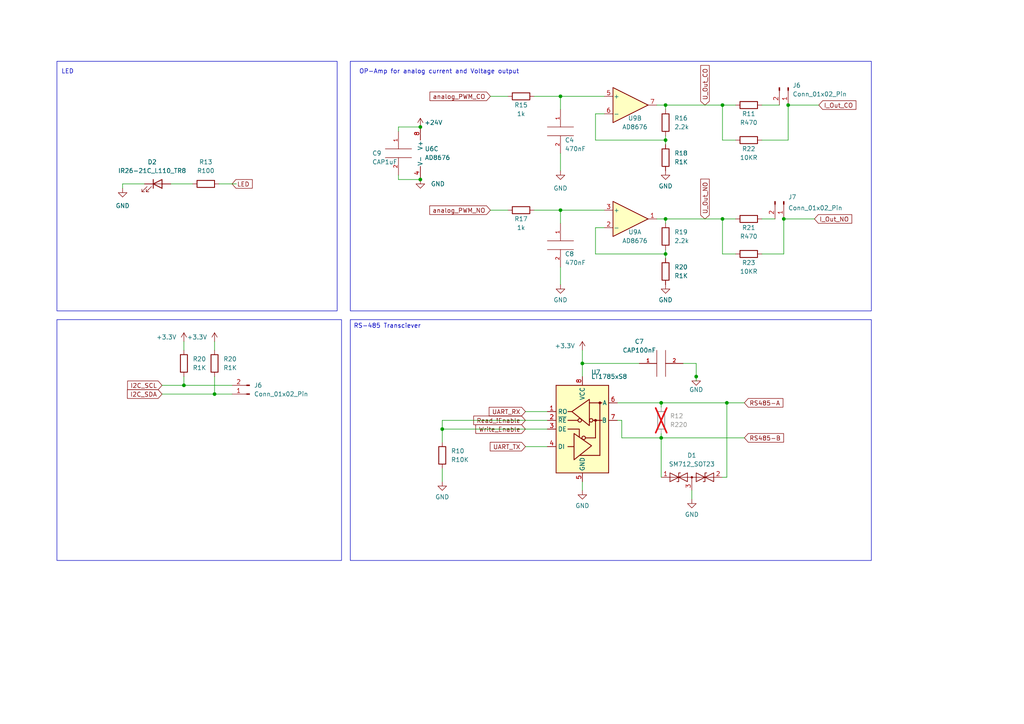
<source format=kicad_sch>
(kicad_sch (version 20230121) (generator eeschema)
  (paper "A4")
  (title_block (title "NO-CO Gas sensor") (date "2023-09-27") (comment 1 "Author: Felix Sarbach"))
  (lib_symbols
    (symbol "Amplifier_Operational:AD8676xR" (pin_names (offset 0.127))
      (property "Reference" "U" (at 2.54 6.35 0))
      (property "Value" "AD8676xR" (at 2.54 3.81 0))
      (symbol "AD8676xR_1_1"
        (polyline (pts (xy 5.08 0) (xy -5.08 5.08) (xy -5.08 -5.08) (xy 5.08 0)) (stroke (width 0.254)) (fill (type background)))
        (pin output line (at 7.62 0 180) (length 2.54) (name "~") (number "1"))
        (pin input line (at -7.62 -2.54 0) (length 2.54) (name "-") (number "2"))
        (pin input line (at -7.62 2.54 0) (length 2.54) (name "+") (number "3"))
      )
      (symbol "AD8676xR_2_1"
        (polyline (pts (xy 5.08 0) (xy -5.08 5.08) (xy -5.08 -5.08) (xy 5.08 0)) (stroke (width 0.254)) (fill (type background)))
        (pin input line (at -7.62 2.54 0) (length 2.54) (name "+") (number "5"))
        (pin input line (at -7.62 -2.54 0) (length 2.54) (name "-") (number "6"))
        (pin output line (at 7.62 0 180) (length 2.54) (name "~") (number "7"))
      )
      (symbol "AD8676xR_3_1"
        (pin power_in line (at 0 -7.62 90) (length 3.81) (name "V-") (number "4"))
        (pin power_in line (at 0 7.62 270) (length 3.81) (name "V+") (number "8"))
      )
    )
    (symbol "Connector:Conn_01x02_Pin" (pin_names (offset 1.016) hide)
      (property "Reference" "J" (at 0 2.54 0))
      (property "Value" "Conn_01x02_Pin" (at 0 -5.08 0))
      (symbol "Conn_01x02_Pin_1_1"
        (polyline (pts (xy 1.27 -2.54) (xy 0.8636 -2.54)) (stroke (width 0.1524)))
        (polyline (pts (xy 1.27 0) (xy 0.8636 0)) (stroke (width 0.1524)))
        (rectangle (start 0.8636 -2.413) (end 0 -2.667) (stroke (width 0.1524)) (fill (type outline)))
        (rectangle (start 0.8636 0.127) (end 0 -0.127) (stroke (width 0.1524)) (fill (type outline)))
        (pin passive line (at 5.08 0 180) (length 3.81) (name "Pin_1") (number "1"))
        (pin passive line (at 5.08 -2.54 180) (length 3.81) (name "Pin_2") (number "2"))
      )
    )
    (symbol "Device:R" (pin_numbers hide) (pin_names (offset 0))
      (property "Reference" "R" (at 2.032 0 90))
      (property "Value" "R" (at 0 0 90))
      (symbol "R_0_1"
        (rectangle (start -1.016 -2.54) (end 1.016 2.54) (stroke (width 0.254)))
      )
      (symbol "R_1_1"
        (pin passive line (at 0 3.81 270) (length 1.27) (name "~") (number "1"))
        (pin passive line (at 0 -3.81 90) (length 1.27) (name "~") (number "2"))
      )
    )
    (symbol "Diode:SM712_SOT23" (pin_names (offset 1.016) hide)
      (property "Reference" "D" (at 0 4.445 0))
      (property "Value" "SM712_SOT23" (at 0 2.54 0))
      (symbol "SM712_SOT23_0_0"
        (polyline (pts (xy 0 -1.27) (xy 0 0)))
      )
      (symbol "SM712_SOT23_0_1"
        (polyline (pts (xy -6.35 0) (xy 6.35 0)))
        (polyline (pts (xy -3.302 1.27) (xy -3.81 1.27) (xy -3.81 -1.27) (xy -4.318 -1.27)) (stroke (width 0.2032)))
        (polyline (pts (xy 4.318 1.27) (xy 3.81 1.27) (xy 3.81 -1.27) (xy 3.302 -1.27)) (stroke (width 0.2032)))
        (polyline (pts (xy -6.35 -1.27) (xy -1.27 1.27) (xy -1.27 -1.27) (xy -6.35 1.27) (xy -6.35 -1.27)) (stroke (width 0.2032)))
        (polyline (pts (xy 1.27 -1.27) (xy 1.27 1.27) (xy 6.35 -1.27) (xy 6.35 1.27) (xy 1.27 -1.27)) (stroke (width 0.2032)))
        (circle (center 0 0) (radius 0.254) (fill (type outline)))
      )
      (symbol "SM712_SOT23_1_1"
        (pin passive line (at -8.89 0 0) (length 2.54) (name "A1") (number "1"))
        (pin passive line (at 8.89 0 180) (length 2.54) (name "A2") (number "2"))
        (pin input line (at 0 -3.81 90) (length 2.54) (name "common") (number "3"))
      )
    )
    (symbol "Interface_UART:LT1785xS8"
      (property "Reference" "U" (at -6.985 13.97 0))
      (property "Value" "LT1785xS8" (at 7.62 13.97 0))
      (symbol "LT1785xS8_0_1"
        (rectangle (start -7.62 12.7) (end 7.62 -12.7) (stroke (width 0.254)) (fill (type background)))
        (polyline (pts (xy -4.191 2.54) (xy -1.27 2.54)) (stroke (width 0.254)))
        (polyline (pts (xy -2.54 -5.08) (xy -4.191 -5.08)) (stroke (width 0.254)))
        (polyline (pts (xy -0.635 -7.62) (xy 5.08 -7.62)) (stroke (width 0.254)))
        (polyline (pts (xy 0.889 -2.54) (xy 3.81 -2.54)) (stroke (width 0.254)))
        (polyline (pts (xy 2.032 7.62) (xy 5.715 7.62)) (stroke (width 0.254)))
        (polyline (pts (xy 3.048 2.54) (xy 5.715 2.54)) (stroke (width 0.254)))
        (polyline (pts (xy 3.81 -2.54) (xy 3.81 2.54)) (stroke (width 0.254)))
        (polyline (pts (xy 5.08 -7.62) (xy 5.08 7.62)) (stroke (width 0.254)))
        (polyline (pts (xy -4.191 0) (xy -0.889 0) (xy -0.889 -2.286)) (stroke (width 0.254)))
        (polyline (pts (xy -3.175 5.08) (xy -4.191 5.08) (xy -4.064 5.08)) (stroke (width 0.254)))
        (polyline (pts (xy -2.413 -5.08) (xy -2.413 -1.27) (xy 2.667 -4.826) (xy -2.413 -8.89) (xy -2.413 -5.08)) (stroke (width 0.254)))
        (circle (center 0.381 -2.54) (radius 0.508) (stroke (width 0.254)))
        (circle (center 3.81 2.54) (radius 0.2794) (stroke (width 0.254)) (fill (type outline)))
      )
      (symbol "LT1785xS8_1_1"
        (circle (center -0.762 2.54) (radius 0.508) (stroke (width 0.254)))
        (polyline (pts (xy 2.032 4.826) (xy 2.032 8.636) (xy -3.048 5.08) (xy 2.032 1.016) (xy 2.032 4.826)) (stroke (width 0.254)))
        (circle (center 2.54 2.54) (radius 0.508) (stroke (width 0.254)))
        (circle (center 5.08 7.62) (radius 0.2794) (stroke (width 0.254)) (fill (type outline)))
        (pin output line (at -10.16 5.08 0) (length 2.54) (name "RO") (number "1"))
        (pin input line (at -10.16 2.54 0) (length 2.54) (name "~{RE}") (number "2"))
        (pin input line (at -10.16 0 0) (length 2.54) (name "DE") (number "3"))
        (pin input line (at -10.16 -5.08 0) (length 2.54) (name "DI") (number "4"))
        (pin power_in line (at 0 -15.24 90) (length 2.54) (name "GND") (number "5"))
        (pin bidirectional line (at 10.16 7.62 180) (length 2.54) (name "A") (number "6"))
        (pin bidirectional line (at 10.16 2.54 180) (length 2.54) (name "B") (number "7"))
        (pin power_in line (at 0 15.24 270) (length 2.54) (name "VCC") (number "8"))
      )
    )
    (symbol "LED:IR26-21C_L110_TR8" (pin_numbers hide) (pin_names (offset 1.016) hide)
      (property "Reference" "D" (at 0 2.54 0))
      (property "Value" "IR26-21C_L110_TR8" (at 0 -3.81 0))
      (symbol "IR26-21C_L110_TR8_0_1"
        (polyline (pts (xy -1.27 -1.27) (xy -1.27 1.27)) (stroke (width 0.254)))
        (polyline (pts (xy -1.27 0) (xy 1.27 0)))
        (polyline (pts (xy 1.27 -1.27) (xy 1.27 1.27) (xy -1.27 0) (xy 1.27 -1.27)) (stroke (width 0.254)))
        (polyline (pts (xy -3.048 -0.762) (xy -4.572 -2.286) (xy -3.81 -2.286) (xy -4.572 -2.286) (xy -4.572 -1.524)))
        (polyline (pts (xy -1.778 -0.762) (xy -3.302 -2.286) (xy -2.54 -2.286) (xy -3.302 -2.286) (xy -3.302 -1.524)))
      )
      (symbol "IR26-21C_L110_TR8_1_1"
        (pin passive line (at -3.81 0 0) (length 2.54) (name "K") (number "1"))
        (pin passive line (at 3.81 0 180) (length 2.54) (name "A") (number "2"))
      )
    )
    (symbol "power:+24V" (power) (pin_names (offset 0))
      (property "Value" "+24V" (at 0 3.556 0))
      (symbol "+24V_0_1"
        (polyline (pts (xy -0.762 1.27) (xy 0 2.54)))
        (polyline (pts (xy 0 0) (xy 0 2.54)))
        (polyline (pts (xy 0 2.54) (xy 0.762 1.27)))
      )
      (symbol "+24V_1_1"
        (pin power_in line (at 0 0 90) (length 0) hide (name "+24V") (number "1"))
      )
    )
    (symbol "power:+3.3V" (power) (pin_names (offset 0))
      (property "Value" "+3.3V" (at 0 3.556 0))
      (symbol "+3.3V_0_1"
        (polyline (pts (xy -0.762 1.27) (xy 0 2.54)))
        (polyline (pts (xy 0 0) (xy 0 2.54)))
        (polyline (pts (xy 0 2.54) (xy 0.762 1.27)))
      )
      (symbol "+3.3V_1_1"
        (pin power_in line (at 0 0 90) (length 0) hide (name "+3.3V") (number "1"))
      )
    )
    (symbol "power:GND" (power) (pin_names (offset 0))
      (property "Value" "GND" (at 0 -3.81 0))
      (symbol "GND_0_1"
        (polyline (pts (xy 0 0) (xy 0 -1.27) (xy 1.27 -1.27) (xy 0 -2.54) (xy -1.27 -1.27) (xy 0 -1.27)))
      )
      (symbol "GND_1_1"
        (pin power_in line (at 0 0 270) (length 0) hide (name "GND") (number "1"))
      )
    )
    (symbol "pspice:CAP" (pin_names (offset 0.254))
      (property "Reference" "C" (at 2.54 3.81 90))
      (property "Value" "CAP" (at 2.54 -3.81 90))
      (symbol "CAP_0_1"
        (polyline (pts (xy -3.81 -1.27) (xy 3.81 -1.27)))
        (polyline (pts (xy -3.81 1.27) (xy 3.81 1.27)))
      )
      (symbol "CAP_1_1"
        (pin passive line (at 0 6.35 270) (length 5.08) (name "~") (number "1"))
        (pin passive line (at 0 -6.35 90) (length 5.08) (name "~") (number "2"))
      )
    )
  )
  (junction (at 210.82 116.84))
  (junction (at 191.77 127))
  (junction (at 128.27 124.46))
  (junction (at 227.33 63.5))
  (junction (at 162.56 27.94))
  (junction (at 209.55 30.48))
  (junction (at 191.77 116.84))
  (junction (at 228.6 30.48))
  (junction (at 62.23 114.3))
  (junction (at 193.04 73.66))
  (junction (at 53.34 111.76))
  (junction (at 209.55 63.5))
  (junction (at 201.93 109.22))
  (junction (at 162.56 60.96))
  (junction (at 121.92 36.83))
  (junction (at 193.04 40.64))
  (junction (at 121.92 52.07))
  (junction (at 168.91 105.41))
  (junction (at 193.04 63.5))
  (junction (at 193.04 30.48))
  (wire (pts (xy 162.56 27.94) (xy 175.26 27.94)))
  (wire (pts (xy 191.77 127) (xy 191.77 138.43)))
  (wire (pts (xy 172.72 73.66) (xy 193.04 73.66)))
  (wire (pts (xy 213.36 73.66) (xy 209.55 73.66)))
  (wire (pts (xy 191.77 127) (xy 215.9 127)))
  (wire (pts (xy 209.55 73.66) (xy 209.55 63.5)))
  (wire (pts (xy 168.91 101.6) (xy 168.91 105.41)))
  (wire (pts (xy 180.34 121.92) (xy 179.07 121.92)))
  (wire (pts (xy 193.04 63.5) (xy 209.55 63.5)))
  (wire (pts (xy 209.55 63.5) (xy 213.36 63.5)))
  (wire (pts (xy 201.93 110.49) (xy 201.93 109.22)))
  (wire (pts (xy 193.04 30.48) (xy 209.55 30.48)))
  (wire (pts (xy 115.57 36.83) (xy 115.57 38.1)))
  (wire (pts (xy 172.72 66.04) (xy 175.26 66.04)))
  (wire (pts (xy 152.4 119.38) (xy 158.75 119.38)))
  (wire (pts (xy 142.24 27.94) (xy 147.32 27.94)))
  (wire (pts (xy 193.04 63.5) (xy 190.5 63.5)))
  (wire (pts (xy 142.24 60.96) (xy 147.32 60.96)))
  (wire (pts (xy 168.91 139.7) (xy 168.91 142.24)))
  (wire (pts (xy 172.72 33.02) (xy 175.26 33.02)))
  (wire (pts (xy 210.82 138.43) (xy 210.82 116.84)))
  (wire (pts (xy 53.34 99.06) (xy 53.34 101.6)))
  (wire (pts (xy 152.4 129.54) (xy 158.75 129.54)))
  (wire (pts (xy 115.57 52.07) (xy 121.92 52.07)))
  (wire (pts (xy 128.27 121.92) (xy 158.75 121.92)))
  (wire (pts (xy 193.04 63.5) (xy 193.04 64.77)))
  (wire (pts (xy 49.53 53.34) (xy 55.88 53.34)))
  (wire (pts (xy 172.72 40.64) (xy 193.04 40.64)))
  (wire (pts (xy 213.36 40.64) (xy 209.55 40.64)))
  (wire (pts (xy 193.04 40.64) (xy 193.04 41.91)))
  (wire (pts (xy 209.55 30.48) (xy 209.55 40.64)))
  (wire (pts (xy 220.98 63.5) (xy 224.79 63.5)))
  (wire (pts (xy 191.77 116.84) (xy 191.77 118.11)))
  (wire (pts (xy 162.56 60.96) (xy 175.26 60.96)))
  (wire (pts (xy 172.72 40.64) (xy 172.72 33.02)))
  (wire (pts (xy 162.56 64.77) (xy 162.56 60.96)))
  (wire (pts (xy 41.91 53.34) (xy 35.56 53.34)))
  (wire (pts (xy 162.56 77.47) (xy 162.56 82.55)))
  (wire (pts (xy 220.98 30.48) (xy 226.06 30.48)))
  (wire (pts (xy 53.34 111.76) (xy 67.31 111.76)))
  (wire (pts (xy 228.6 30.48) (xy 237.49 30.48)))
  (wire (pts (xy 198.12 105.41) (xy 201.93 105.41)))
  (wire (pts (xy 62.23 114.3) (xy 46.99 114.3)))
  (wire (pts (xy 128.27 128.27) (xy 128.27 124.46)))
  (wire (pts (xy 162.56 31.75) (xy 162.56 27.94)))
  (wire (pts (xy 191.77 116.84) (xy 210.82 116.84)))
  (wire (pts (xy 62.23 109.22) (xy 62.23 114.3)))
  (wire (pts (xy 201.93 105.41) (xy 201.93 109.22)))
  (wire (pts (xy 191.77 125.73) (xy 191.77 127)))
  (wire (pts (xy 35.56 53.34) (xy 35.56 54.61)))
  (wire (pts (xy 53.34 111.76) (xy 53.34 109.22)))
  (wire (pts (xy 190.5 30.48) (xy 193.04 30.48)))
  (wire (pts (xy 63.5 53.34) (xy 68.58 53.34)))
  (wire (pts (xy 128.27 124.46) (xy 158.75 124.46)))
  (wire (pts (xy 62.23 99.06) (xy 62.23 101.6)))
  (wire (pts (xy 115.57 50.8) (xy 115.57 52.07)))
  (wire (pts (xy 180.34 127) (xy 191.77 127)))
  (wire (pts (xy 200.66 142.24) (xy 200.66 144.78)))
  (wire (pts (xy 210.82 116.84) (xy 215.9 116.84)))
  (wire (pts (xy 180.34 127) (xy 180.34 121.92)))
  (wire (pts (xy 220.98 73.66) (xy 227.33 73.66)))
  (wire (pts (xy 193.04 73.66) (xy 193.04 74.93)))
  (wire (pts (xy 172.72 73.66) (xy 172.72 66.04)))
  (wire (pts (xy 128.27 135.89) (xy 128.27 139.7)))
  (wire (pts (xy 46.99 111.76) (xy 53.34 111.76)))
  (wire (pts (xy 236.22 63.5) (xy 227.33 63.5)))
  (wire (pts (xy 67.31 114.3) (xy 62.23 114.3)))
  (wire (pts (xy 168.91 105.41) (xy 185.42 105.41)))
  (wire (pts (xy 193.04 72.39) (xy 193.04 73.66)))
  (wire (pts (xy 154.94 60.96) (xy 162.56 60.96)))
  (wire (pts (xy 193.04 39.37) (xy 193.04 40.64)))
  (wire (pts (xy 115.57 36.83) (xy 121.92 36.83)))
  (wire (pts (xy 209.55 138.43) (xy 210.82 138.43)))
  (wire (pts (xy 154.94 27.94) (xy 162.56 27.94)))
  (wire (pts (xy 228.6 30.48) (xy 228.6 40.64)))
  (wire (pts (xy 227.33 63.5) (xy 227.33 73.66)))
  (wire (pts (xy 162.56 49.53) (xy 162.56 44.45)))
  (wire (pts (xy 220.98 40.64) (xy 228.6 40.64)))
  (wire (pts (xy 209.55 30.48) (xy 213.36 30.48)))
  (wire (pts (xy 168.91 105.41) (xy 168.91 109.22)))
  (wire (pts (xy 128.27 121.92) (xy 128.27 124.46)))
  (wire (pts (xy 179.07 116.84) (xy 191.77 116.84)))
  (wire (pts (xy 193.04 30.48) (xy 193.04 31.75)))
  (rectangle (start 16.51 92.71) (end 99.06 162.56))
  (rectangle (start 16.51 17.78) (end 97.79 90.17))
  (rectangle (start 101.6 17.78) (end 252.73 90.17))
  (text_box "RS-485 Transciever" (at 101.6 92.71 0) (size 151.13 69.85) (effects (font (size 1.27 1.27)) (justify left top)))
  (text "LED\n" (at 17.78 21.59 0) (effects (font (size 1.27 1.27)) (justify left bottom)))
  (text "OP-Amp for analog current and Voltage output\n" (at 104.14 21.59 0) (effects (font (size 1.27 1.27)) (justify left bottom)))
  (global_label "Write_Enable" (shape input) (at 152.4 124.46 180) (property "Intersheetrefs" "${INTERSHEET_REFS}" (effects hide)))
  (global_label "UART_TX" (shape input) (at 152.4 129.54 180) (property "Intersheetrefs" "${INTERSHEET_REFS}" (effects hide)))
  (global_label "RS485-A" (shape input) (at 215.9 116.84 0) (property "Intersheetrefs" "${INTERSHEET_REFS}" (effects hide)))
  (global_label "I_Out_CO" (shape input) (at 237.49 30.48 0) (property "Intersheetrefs" "${INTERSHEET_REFS}" (effects hide)))
  (global_label "I_Out_NO" (shape input) (at 236.22 63.5 0) (property "Intersheetrefs" "${INTERSHEET_REFS}" (effects hide)))
  (global_label "U_Out_NO" (shape input) (at 204.47 63.5 90) (property "Intersheetrefs" "${INTERSHEET_REFS}" (effects hide)))
  (global_label "Read_!Enable" (shape input) (at 152.4 121.92 180) (property "Intersheetrefs" "${INTERSHEET_REFS}" (effects hide)))
  (global_label "UART_RX" (shape input) (at 152.4 119.38 180) (property "Intersheetrefs" "${INTERSHEET_REFS}" (effects hide)))
  (global_label "U_Out_CO" (shape input) (at 204.47 30.48 90) (property "Intersheetrefs" "${INTERSHEET_REFS}" (effects hide)))
  (global_label "I2C_SDA" (shape input) (at 46.99 114.3 180) (property "Intersheetrefs" "${INTERSHEET_REFS}" (effects hide)))
  (global_label "analog_PWM_CO" (shape input) (at 142.24 27.94 180) (property "Intersheetrefs" "${INTERSHEET_REFS}" (effects hide)))
  (global_label "I2C_SCL" (shape input) (at 46.99 111.76 180) (property "Intersheetrefs" "${INTERSHEET_REFS}" (effects hide)))
  (global_label "analog_PWM_NO" (shape input) (at 142.24 60.96 180) (property "Intersheetrefs" "${INTERSHEET_REFS}" (effects hide)))
  (global_label "RS485-B" (shape input) (at 215.9 127 0) (property "Intersheetrefs" "${INTERSHEET_REFS}" (effects hide)))
  (global_label "LED" (shape input) (at 67.31 53.34 0) (property "Intersheetrefs" "${INTERSHEET_REFS}" (effects hide)))
  (symbol (lib_id "power:GND") (at 162.56 49.53 0) (unit 1)
    (property "Reference" "#PWR047" (effects hide))
    (property "Value" "GND" (at 162.56 54.61 0))
    (instances (project "RS485-Gassensor-Dev" (path "" (reference "#PWR047") (unit 1)) (path "" (reference "#PWR035") (unit 1))))
  )
  (symbol (lib_id "Device:R") (at 217.17 63.5 90) (unit 1)
    (property "Reference" "R21" (at 217.17 66.04 90))
    (property "Value" "R470" (at 217.17 68.58 90))
    (property "Footprint" "Resistor_SMD:R_1206_3216Metric_Pad1.30x1.75mm_HandSolder" (effects hide))
  )
  (symbol (lib_id "power:+3.3V") (at 53.34 99.06 0) (unit 1)
    (property "Reference" "#PWR034" (effects hide))
    (property "Value" "+3.3V" (at 48.26 97.79 0))
    (instances (project "RS485-Gassensor-Dev" (path "" (reference "#PWR034") (unit 1)) (path "" (reference "#PWR056") (unit 1))))
  )
  (symbol (lib_id "Device:R") (at 217.17 30.48 90) (unit 1)
    (property "Reference" "R11" (at 217.17 33.02 90))
    (property "Value" "R470" (at 217.17 35.56 90))
    (property "Footprint" "Resistor_SMD:R_1206_3216Metric_Pad1.30x1.75mm_HandSolder" (effects hide))
  )
  (symbol (lib_id "power:GND") (at 193.04 82.55 0) (unit 1)
    (property "Reference" "#PWR046" (effects hide))
    (property "Value" "GND" (at 193.04 86.995 0))
  )
  (symbol (lib_id "Amplifier_Operational:AD8676xR") (at 182.88 30.48 0) (unit 2)
    (property "Reference" "U9" (at 184.15 34.29 0))
    (property "Value" "AD8676" (at 184.15 36.83 0))
    (property "Footprint" "Package_SO:SOIC-8_3.9x4.9mm_P1.27mm" (effects hide))
    (property "Datasheet" "https://www.analog.com/media/en/technical-documentation/data-sheets/AD8676.pdf" (effects hide))
  )
  (symbol (lib_id "pspice:CAP") (at 115.57 44.45 0) (unit 1)
    (property "Reference" "C9" (at 107.95 44.45 0) (effects (justify left)))
    (property "Value" "CAP1uF" (at 107.95 46.99 0) (effects (justify left)))
    (property "Footprint" "Capacitor_SMD:C_1206_3216Metric" (effects hide))
  )
  (symbol (lib_id "Device:R") (at 53.34 105.41 0) (unit 1)
    (property "Reference" "R20" (at 55.88 104.14 0) (effects (justify left)))
    (property "Value" "R1K" (at 55.88 106.68 0) (effects (justify left)))
    (property "Footprint" "Resistor_SMD:R_0603_1608Metric" (effects hide))
    (instances (project "RS485-Gassensor-Dev" (path "" (reference "R20") (unit 1)) (path "" (reference "R30") (unit 1))))
  )
  (symbol (lib_id "Device:R") (at 193.04 78.74 0) (unit 1)
    (property "Reference" "R20" (at 195.58 77.47 0) (effects (justify left)))
    (property "Value" "R1K" (at 195.58 80.01 0) (effects (justify left)))
    (property "Footprint" "Resistor_SMD:R_0603_1608Metric" (effects hide))
  )
  (symbol (lib_id "Diode:SM712_SOT23") (at 200.66 138.43 0) (unit 1)
    (property "Reference" "D1" (at 200.66 132.08 0))
    (property "Value" "SM712_SOT23" (at 200.66 134.62 0))
    (property "Footprint" "Package_TO_SOT_SMD:SOT-23" (effects hide))
    (property "Datasheet" "https://www.littelfuse.com/~/media/electronics/datasheets/tvs_diode_arrays/littelfuse_tvs_diode_array_sm712_datasheet.pdf.pdf" (effects hide))
    (property "Alternative product" "CDSOT23-SM712 Bourns" (effects hide))
  )
  (symbol (lib_id "power:+3.3V") (at 168.91 101.6 0) (unit 1)
    (property "Reference" "#PWR034" (effects hide))
    (property "Value" "+3.3V" (at 163.83 100.33 0))
    (instances (project "RS485-Gassensor-Dev" (path "" (reference "#PWR034") (unit 1)) (path "" (reference "#PWR037") (unit 1))))
  )
  (symbol (lib_id "pspice:CAP") (at 162.56 38.1 0) (unit 1)
    (property "Reference" "C4" (at 163.83 40.64 0) (effects (justify left)))
    (property "Value" "470nF" (at 163.83 43.18 0) (effects (justify left)))
    (property "Footprint" "Capacitor_SMD:C_0603_1608Metric" (effects hide))
  )
  (symbol (lib_id "Device:R") (at 151.13 60.96 90) (unit 1)
    (property "Reference" "R17" (at 151.13 63.5 90))
    (property "Value" "1k" (at 151.13 66.04 90))
    (property "Footprint" "Resistor_SMD:R_0603_1608Metric" (effects hide))
  )
  (symbol (lib_id "power:GND") (at 193.04 49.53 0) (unit 1)
    (property "Reference" "#PWR049" (effects hide))
    (property "Value" "GND" (at 193.04 53.975 0))
    (instances (project "RS485-Gassensor-Dev" (path "" (reference "#PWR049") (unit 1)) (path "" (reference "#PWR042") (unit 1))))
  )
  (symbol (lib_id "power:+24V") (at 121.92 36.83 0) (unit 1)
    (property "Reference" "#PWR041" (effects hide))
    (property "Value" "+24V" (at 125.73 35.56 0))
    (instances (project "RS485-Gassensor-Dev" (path "" (reference "#PWR041") (unit 1)) (path "" (reference "#PWR041") (unit 1)) (path "" (reference "#PWR024") (unit 1))))
  )
  (symbol (lib_id "Amplifier_Operational:AD8676xR") (at 182.88 63.5 0) (unit 1)
    (property "Reference" "U9" (at 184.15 67.31 0))
    (property "Value" "AD8676" (at 184.15 69.85 0))
    (property "Footprint" "Package_SO:SOIC-8_3.9x4.9mm_P1.27mm" (effects hide))
    (property "Datasheet" "https://www.analog.com/media/en/technical-documentation/data-sheets/AD8676.pdf" (effects hide))
  )
  (symbol (lib_id "power:GND") (at 162.56 82.55 0) (unit 1)
    (property "Reference" "#PWR024" (effects hide))
    (property "Value" "GND" (at 162.56 86.995 0))
    (instances (project "RS485-Gassensor-Dev" (path "" (reference "#PWR024") (unit 1)) (path "" (reference "#PWR036") (unit 1))))
  )
  (symbol (lib_id "power:GND") (at 168.91 142.24 0) (unit 1)
    (property "Reference" "#PWR035" (effects hide))
    (property "Value" "GND" (at 168.91 146.685 0))
    (instances (project "RS485-Gassensor-Dev" (path "" (reference "#PWR035") (unit 1)) (path "" (reference "#PWR041") (unit 1))))
  )
  (symbol (lib_id "pspice:CAP") (at 191.77 105.41 90) (unit 1)
    (property "Reference" "C7" (at 185.42 99.06 90))
    (property "Value" "CAP100nF" (at 185.42 101.6 90))
    (property "Footprint" "Capacitor_SMD:C_0603_1608Metric" (effects hide))
  )
  (symbol (lib_id "Connector:Conn_01x02_Pin") (at 227.33 58.42 270) (unit 1)
    (property "Reference" "J7" (at 228.6 57.15 90) (effects (justify left)))
    (property "Value" "Conn_01x02_Pin" (at 228.6 60.325 90) (effects (justify left)))
    (property "Footprint" "Connector_PinHeader_2.54mm:PinHeader_1x02_P2.54mm_Vertical" (effects hide))
  )
  (symbol (lib_id "Amplifier_Operational:AD8676xR") (at 121.92 44.45 0) (unit 3)
    (property "Reference" "U6" (at 123.19 43.18 0) (effects (justify left)))
    (property "Value" "AD8676" (at 123.19 45.72 0) (effects (justify left)))
    (property "Footprint" "Package_SO:SOIC-8_3.9x4.9mm_P1.27mm" (effects hide))
    (property "Datasheet" "https://www.analog.com/media/en/technical-documentation/data-sheets/AD8676.pdf" (effects hide))
    (instances (project "RS485-Gassensor-Dev" (path "" (reference "U6") (unit 3)) (path "" (reference "U6") (unit 3)) (path "" (reference "U9") (unit 3))))
  )
  (symbol (lib_id "Device:R") (at 128.27 132.08 0) (unit 1)
    (property "Reference" "R10" (at 130.81 130.81 0) (effects (justify left)))
    (property "Value" "R10K" (at 130.81 133.35 0) (effects (justify left)))
    (property "Footprint" "Resistor_SMD:R_0603_1608Metric" (effects hide))
  )
  (symbol (lib_id "power:GND") (at 200.66 144.78 0) (unit 1)
    (property "Reference" "#PWR037" (effects hide))
    (property "Value" "GND" (at 200.66 149.225 0))
    (instances (project "RS485-Gassensor-Dev" (path "" (reference "#PWR037") (unit 1)) (path "" (reference "#PWR047") (unit 1))))
  )
  (symbol (lib_id "Device:R") (at 151.13 27.94 90) (unit 1)
    (property "Reference" "R15" (at 151.13 30.48 90))
    (property "Value" "1k" (at 151.13 33.02 90))
    (property "Footprint" "Resistor_SMD:R_0603_1608Metric" (effects hide))
  )
  (symbol (lib_id "LED:IR26-21C_L110_TR8") (at 45.72 53.34 0) (unit 1)
    (property "Reference" "D2" (at 44.1325 46.99 0))
    (property "Value" "IR26-21C_L110_TR8" (at 44.1325 49.53 0))
    (property "Footprint" "LED_SMD:LED_1206_3216Metric" (effects hide))
    (property "Datasheet" "http://www.everlight.com/file/ProductFile/IR26-21C-L110-TR8.pdf" (effects hide))
  )
  (symbol (lib_id "power:GND") (at 128.27 139.7 0) (unit 1)
    (property "Reference" "#PWR031" (effects hide))
    (property "Value" "GND" (at 128.27 144.145 0))
    (instances (project "RS485-Gassensor-Dev" (path "" (reference "#PWR031") (unit 1)) (path "" (reference "#PWR034") (unit 1))))
  )
  (symbol (lib_id "Device:R") (at 193.04 35.56 0) (unit 1)
    (property "Reference" "R16" (at 195.58 34.29 0) (effects (justify left)))
    (property "Value" "2.2k" (at 195.58 36.83 0) (effects (justify left)))
    (property "Footprint" "Resistor_SMD:R_0603_1608Metric" (effects hide))
  )
  (symbol (lib_id "Device:R") (at 193.04 45.72 0) (unit 1)
    (property "Reference" "R18" (at 195.58 44.45 0) (effects (justify left)))
    (property "Value" "R1K" (at 195.58 46.99 0) (effects (justify left)))
    (property "Footprint" "Resistor_SMD:R_0603_1608Metric" (effects hide))
  )
  (symbol (lib_id "Device:R") (at 191.77 121.92 0) (unit 1) (in_bom no) (dnp yes)
    (property "Reference" "R12" (at 194.31 120.65 0) (effects (justify left)))
    (property "Value" "R220" (at 194.31 123.19 0) (effects (justify left)))
    (property "Footprint" "Resistor_SMD:R_0603_1608Metric" (effects hide))
  )
  (symbol (lib_id "power:GND") (at 121.92 52.07 0) (unit 1)
    (property "Reference" "#PWR042" (effects hide))
    (property "Value" "GND" (at 127 53.34 0))
    (instances (project "RS485-Gassensor-Dev" (path "" (reference "#PWR042") (unit 1)) (path "" (reference "#PWR042") (unit 1)) (path "" (reference "#PWR031") (unit 1))))
  )
  (symbol (lib_id "Device:R") (at 62.23 105.41 0) (unit 1)
    (property "Reference" "R20" (at 64.77 104.14 0) (effects (justify left)))
    (property "Value" "R1K" (at 64.77 106.68 0) (effects (justify left)))
    (property "Footprint" "Resistor_SMD:R_0603_1608Metric" (effects hide))
    (instances (project "RS485-Gassensor-Dev" (path "" (reference "R20") (unit 1)) (path "" (reference "R31") (unit 1))))
  )
  (symbol (lib_id "Device:R") (at 217.17 40.64 90) (unit 1)
    (property "Reference" "R22" (at 217.17 43.18 90))
    (property "Value" "10KR" (at 217.17 45.72 90))
    (property "Footprint" "Resistor_SMD:R_0603_1608Metric" (effects hide))
  )
  (symbol (lib_id "power:+3.3V") (at 62.23 99.06 0) (unit 1)
    (property "Reference" "#PWR034" (effects hide))
    (property "Value" "+3.3V" (at 57.15 97.79 0))
    (instances (project "RS485-Gassensor-Dev" (path "" (reference "#PWR034") (unit 1)) (path "" (reference "#PWR057") (unit 1))))
  )
  (symbol (lib_id "Interface_UART:LT1785xS8") (at 168.91 124.46 0) (unit 1)
    (property "Reference" "U7" (at 171.45 107.95 0) (effects (justify left)))
    (property "Value" "LT1785xS8" (at 171.45 109.22 0) (effects (justify left)))
    (property "Footprint" "PCM_Package_SO_AKL:SOIC-8_3.9x4.9mm_P1.27mm" (effects hide))
    (property "Datasheet" "https://www.analog.com/media/en/technical-documentation/data-sheets/LT1785-1785A-1791-1791A.pdf" (effects hide))
  )
  (symbol (lib_id "Device:R") (at 59.69 53.34 90) (unit 1)
    (property "Reference" "R13" (at 59.69 46.99 90))
    (property "Value" "R100" (at 59.69 49.53 90))
    (property "Footprint" "Resistor_SMD:R_0603_1608Metric" (effects hide))
  )
  (symbol (lib_id "power:GND") (at 201.93 109.22 0) (unit 1)
    (property "Reference" "#PWR036" (effects hide))
    (property "Value" "GND" (at 201.93 113.03 0))
    (instances (project "RS485-Gassensor-Dev" (path "" (reference "#PWR036") (unit 1)) (path "" (reference "#PWR049") (unit 1))))
  )
  (symbol (lib_id "Connector:Conn_01x02_Pin") (at 228.6 25.4 270) (unit 1)
    (property "Reference" "J6" (at 229.87 24.765 90) (effects (justify left)))
    (property "Value" "Conn_01x02_Pin" (at 229.87 27.305 90) (effects (justify left)))
    (property "Footprint" "Connector_PinHeader_2.54mm:PinHeader_1x02_P2.54mm_Vertical" (effects hide))
  )
  (symbol (lib_id "Connector:Conn_01x02_Pin") (at 72.39 114.3 180) (unit 1)
    (property "Reference" "J6" (at 73.66 111.76 0) (effects (justify right)))
    (property "Value" "Conn_01x02_Pin" (at 73.66 114.3 0) (effects (justify right)))
    (property "Footprint" "Connector_PinHeader_2.54mm:PinHeader_1x02_P2.54mm_Vertical" (effects hide))
    (instances (project "RS485-Gassensor-Dev" (path "" (reference "J6") (unit 1)) (path "" (reference "J12") (unit 1))))
  )
  (symbol (lib_id "pspice:CAP") (at 162.56 71.12 0) (unit 1)
    (property "Reference" "C8" (at 163.83 73.66 0) (effects (justify left)))
    (property "Value" "470nF" (at 163.83 76.2 0) (effects (justify left)))
    (property "Footprint" "Capacitor_SMD:C_0603_1608Metric" (effects hide))
  )
  (symbol (lib_id "Device:R") (at 217.17 73.66 90) (unit 1)
    (property "Reference" "R23" (at 217.17 76.2 90))
    (property "Value" "10KR" (at 217.17 78.74 90))
    (property "Footprint" "Resistor_SMD:R_0603_1608Metric" (effects hide))
  )
  (symbol (lib_id "power:GND") (at 35.56 54.61 0) (unit 1)
    (property "Reference" "#PWR06" (effects hide))
    (property "Value" "GND" (at 35.56 59.69 0))
  )
  (symbol (lib_id "Device:R") (at 193.04 68.58 0) (unit 1)
    (property "Reference" "R19" (at 195.58 67.31 0) (effects (justify left)))
    (property "Value" "2.2k" (at 195.58 69.85 0) (effects (justify left)))
    (property "Footprint" "Resistor_SMD:R_0603_1608Metric" (effects hide))
  )
)
</source>
